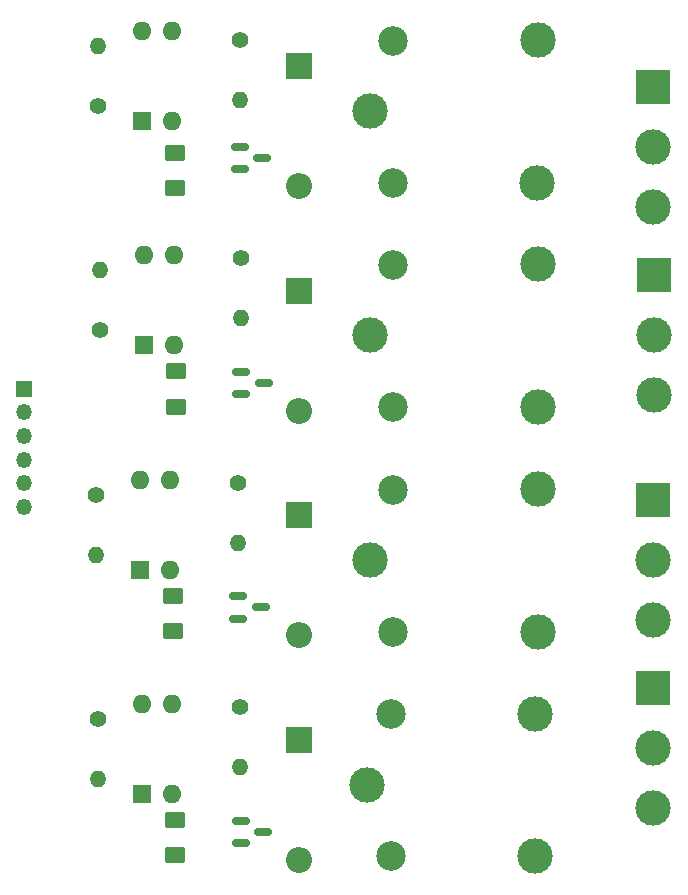
<source format=gts>
G04 #@! TF.GenerationSoftware,KiCad,Pcbnew,8.0.6*
G04 #@! TF.CreationDate,2025-05-08T21:35:26+02:00*
G04 #@! TF.ProjectId,Relay_board,52656c61-795f-4626-9f61-72642e6b6963,rev?*
G04 #@! TF.SameCoordinates,Original*
G04 #@! TF.FileFunction,Soldermask,Top*
G04 #@! TF.FilePolarity,Negative*
%FSLAX46Y46*%
G04 Gerber Fmt 4.6, Leading zero omitted, Abs format (unit mm)*
G04 Created by KiCad (PCBNEW 8.0.6) date 2025-05-08 21:35:26*
%MOMM*%
%LPD*%
G01*
G04 APERTURE LIST*
G04 Aperture macros list*
%AMRoundRect*
0 Rectangle with rounded corners*
0 $1 Rounding radius*
0 $2 $3 $4 $5 $6 $7 $8 $9 X,Y pos of 4 corners*
0 Add a 4 corners polygon primitive as box body*
4,1,4,$2,$3,$4,$5,$6,$7,$8,$9,$2,$3,0*
0 Add four circle primitives for the rounded corners*
1,1,$1+$1,$2,$3*
1,1,$1+$1,$4,$5*
1,1,$1+$1,$6,$7*
1,1,$1+$1,$8,$9*
0 Add four rect primitives between the rounded corners*
20,1,$1+$1,$2,$3,$4,$5,0*
20,1,$1+$1,$4,$5,$6,$7,0*
20,1,$1+$1,$6,$7,$8,$9,0*
20,1,$1+$1,$8,$9,$2,$3,0*%
G04 Aperture macros list end*
%ADD10C,1.400000*%
%ADD11O,1.400000X1.400000*%
%ADD12RoundRect,0.250001X0.624999X-0.462499X0.624999X0.462499X-0.624999X0.462499X-0.624999X-0.462499X0*%
%ADD13R,3.000000X3.000000*%
%ADD14C,3.000000*%
%ADD15RoundRect,0.150000X-0.587500X-0.150000X0.587500X-0.150000X0.587500X0.150000X-0.587500X0.150000X0*%
%ADD16R,1.600000X1.600000*%
%ADD17O,1.600000X1.600000*%
%ADD18C,2.500000*%
%ADD19R,2.200000X2.200000*%
%ADD20O,2.200000X2.200000*%
%ADD21R,1.350000X1.350000*%
%ADD22O,1.350000X1.350000*%
G04 APERTURE END LIST*
D10*
X125125000Y-75460000D03*
D11*
X125125000Y-80540000D03*
D12*
X119612500Y-88000000D03*
X119612500Y-85025000D03*
X119487500Y-126000000D03*
X119487500Y-123025000D03*
D13*
X160050000Y-76870000D03*
D14*
X160050000Y-81950000D03*
X160050000Y-87030000D03*
D15*
X125125000Y-85050000D03*
X125125000Y-86950000D03*
X127000000Y-86000000D03*
D10*
X124810000Y-94460000D03*
D11*
X124810000Y-99540000D03*
D16*
X116725000Y-120800000D03*
D17*
X119265000Y-120800000D03*
X119265000Y-113180000D03*
X116725000Y-113180000D03*
D13*
X160000000Y-60920000D03*
D14*
X160000000Y-66000000D03*
X160000000Y-71080000D03*
X136050000Y-101000000D03*
D18*
X138000000Y-107050000D03*
D14*
X150200000Y-107050000D03*
X150250000Y-95000000D03*
D18*
X138000000Y-95050000D03*
D13*
X160000000Y-111840000D03*
D14*
X160000000Y-116920000D03*
X160000000Y-122000000D03*
D13*
X160000000Y-95920000D03*
D14*
X160000000Y-101000000D03*
X160000000Y-106080000D03*
D15*
X125062500Y-123050000D03*
X125062500Y-124950000D03*
X126937500Y-124000000D03*
D19*
X130000000Y-78190000D03*
D20*
X130000000Y-88350000D03*
D19*
X130000000Y-116190000D03*
D20*
X130000000Y-126350000D03*
D10*
X125000000Y-113460000D03*
D11*
X125000000Y-118540000D03*
D10*
X113000000Y-62540000D03*
D11*
X113000000Y-57460000D03*
D12*
X119297500Y-107000000D03*
X119297500Y-104025000D03*
D10*
X125000000Y-57000000D03*
D11*
X125000000Y-62080000D03*
D10*
X112810000Y-95460000D03*
D11*
X112810000Y-100540000D03*
D14*
X136000000Y-63000000D03*
D18*
X137950000Y-69050000D03*
D14*
X150150000Y-69050000D03*
X150200000Y-57000000D03*
D18*
X137950000Y-57050000D03*
D16*
X116850000Y-82800000D03*
D17*
X119390000Y-82800000D03*
X119390000Y-75180000D03*
X116850000Y-75180000D03*
D19*
X130000000Y-97190000D03*
D20*
X130000000Y-107350000D03*
D14*
X136050000Y-81950000D03*
D18*
X138000000Y-88000000D03*
D14*
X150200000Y-88000000D03*
X150250000Y-75950000D03*
D18*
X138000000Y-76000000D03*
D12*
X119512500Y-69487500D03*
X119512500Y-66512500D03*
D10*
X113000000Y-114460000D03*
D11*
X113000000Y-119540000D03*
D19*
X130000000Y-59190000D03*
D20*
X130000000Y-69350000D03*
D15*
X125000000Y-66000000D03*
X125000000Y-67900000D03*
X126875000Y-66950000D03*
D10*
X113125000Y-81540000D03*
D11*
X113125000Y-76460000D03*
D16*
X116725000Y-63800000D03*
D17*
X119265000Y-63800000D03*
X119265000Y-56180000D03*
X116725000Y-56180000D03*
D14*
X135800000Y-120000000D03*
D18*
X137750000Y-126050000D03*
D14*
X149950000Y-126050000D03*
X150000000Y-114000000D03*
D18*
X137750000Y-114050000D03*
D16*
X116535000Y-101800000D03*
D17*
X119075000Y-101800000D03*
X119075000Y-94180000D03*
X116535000Y-94180000D03*
D21*
X106750000Y-86500000D03*
D22*
X106750000Y-88500000D03*
X106750000Y-90500000D03*
X106750000Y-92500000D03*
X106750000Y-94500000D03*
X106750000Y-96500000D03*
D15*
X124872500Y-104050000D03*
X124872500Y-105950000D03*
X126747500Y-105000000D03*
M02*

</source>
